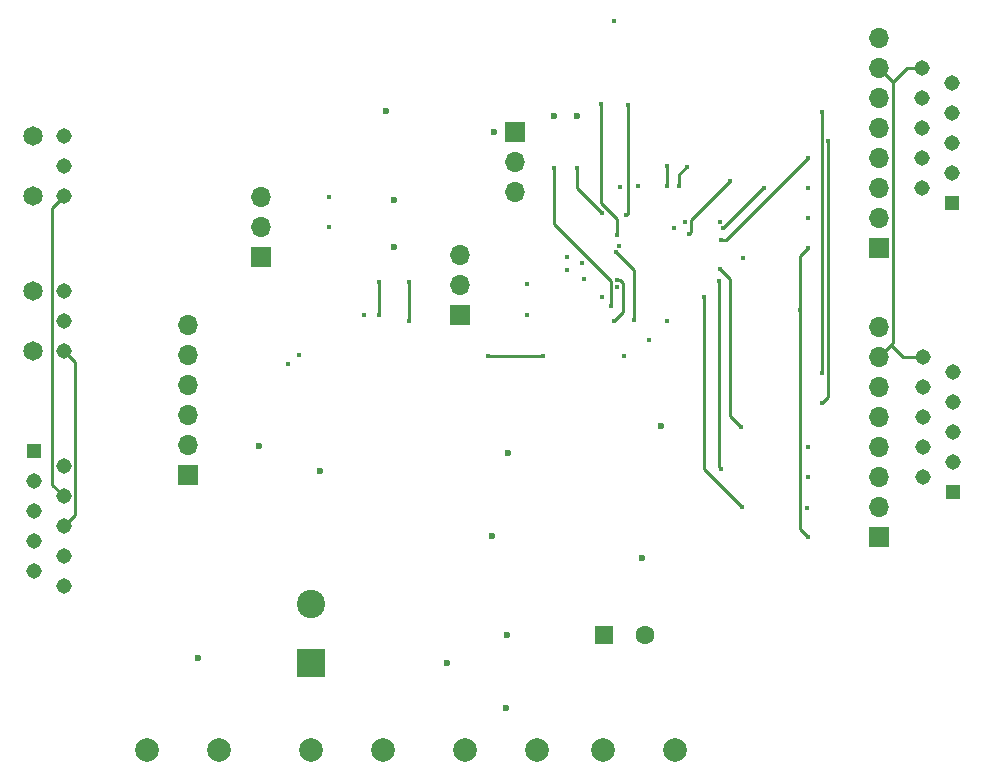
<source format=gbr>
G04 #@! TF.GenerationSoftware,KiCad,Pcbnew,(5.1.9-0-10_14)*
G04 #@! TF.CreationDate,2021-03-22T16:22:46+01:00*
G04 #@! TF.ProjectId,dac,6461632e-6b69-4636-9164-5f7063625858,rev?*
G04 #@! TF.SameCoordinates,Original*
G04 #@! TF.FileFunction,Copper,L2,Inr*
G04 #@! TF.FilePolarity,Positive*
%FSLAX46Y46*%
G04 Gerber Fmt 4.6, Leading zero omitted, Abs format (unit mm)*
G04 Created by KiCad (PCBNEW (5.1.9-0-10_14)) date 2021-03-22 16:22:46*
%MOMM*%
%LPD*%
G01*
G04 APERTURE LIST*
G04 #@! TA.AperFunction,ComponentPad*
%ADD10C,1.308000*%
G04 #@! TD*
G04 #@! TA.AperFunction,ComponentPad*
%ADD11C,1.650000*%
G04 #@! TD*
G04 #@! TA.AperFunction,ComponentPad*
%ADD12C,2.000000*%
G04 #@! TD*
G04 #@! TA.AperFunction,ComponentPad*
%ADD13R,1.308000X1.308000*%
G04 #@! TD*
G04 #@! TA.AperFunction,ComponentPad*
%ADD14O,1.700000X1.700000*%
G04 #@! TD*
G04 #@! TA.AperFunction,ComponentPad*
%ADD15R,1.700000X1.700000*%
G04 #@! TD*
G04 #@! TA.AperFunction,ComponentPad*
%ADD16C,1.600000*%
G04 #@! TD*
G04 #@! TA.AperFunction,ComponentPad*
%ADD17R,1.600000X1.600000*%
G04 #@! TD*
G04 #@! TA.AperFunction,ComponentPad*
%ADD18C,2.400000*%
G04 #@! TD*
G04 #@! TA.AperFunction,ComponentPad*
%ADD19R,2.400000X2.400000*%
G04 #@! TD*
G04 #@! TA.AperFunction,ViaPad*
%ADD20C,0.400000*%
G04 #@! TD*
G04 #@! TA.AperFunction,ViaPad*
%ADD21C,0.600000*%
G04 #@! TD*
G04 #@! TA.AperFunction,Conductor*
%ADD22C,0.250000*%
G04 #@! TD*
G04 APERTURE END LIST*
D10*
X115025000Y-83185000D03*
X115025000Y-85725000D03*
X115025000Y-88265000D03*
D11*
X112395000Y-88265000D03*
X112395000Y-83185000D03*
D10*
X115025000Y-70104000D03*
X115025000Y-72644000D03*
X115025000Y-75184000D03*
D11*
X112395000Y-75184000D03*
X112395000Y-70104000D03*
D12*
X141986000Y-122047000D03*
X135890000Y-122047000D03*
D13*
X190246000Y-100266500D03*
D10*
X187706000Y-98996500D03*
X190246000Y-97726500D03*
X187706000Y-96456500D03*
X190246000Y-95186500D03*
X187706000Y-93916500D03*
X190246000Y-92646500D03*
X187706000Y-91376500D03*
X190246000Y-90106500D03*
X187706000Y-88836500D03*
D14*
X184023000Y-86296500D03*
X184023000Y-88836500D03*
X184023000Y-91376500D03*
X184023000Y-93916500D03*
X184023000Y-96456500D03*
X184023000Y-98996500D03*
X184023000Y-101536500D03*
D15*
X184023000Y-104076500D03*
D14*
X153162000Y-74866500D03*
X153162000Y-72326500D03*
D15*
X153162000Y-69786500D03*
D14*
X131699000Y-75247500D03*
X131699000Y-77787500D03*
D15*
X131699000Y-80327500D03*
D14*
X184023000Y-61785500D03*
X184023000Y-64325500D03*
X184023000Y-66865500D03*
X184023000Y-69405500D03*
X184023000Y-71945500D03*
X184023000Y-74485500D03*
X184023000Y-77025500D03*
D15*
X184023000Y-79565500D03*
D14*
X148526500Y-80137000D03*
X148526500Y-82677000D03*
D15*
X148526500Y-85217000D03*
D13*
X112458500Y-96774000D03*
D10*
X114998500Y-98044000D03*
X112458500Y-99314000D03*
X114998500Y-100584000D03*
X112458500Y-101854000D03*
X114998500Y-103124000D03*
X112458500Y-104394000D03*
X114998500Y-105664000D03*
X112458500Y-106934000D03*
X114998500Y-108204000D03*
D13*
X190224000Y-75755500D03*
D10*
X187684000Y-74485500D03*
X190224000Y-73215500D03*
X187684000Y-71945500D03*
X190224000Y-70675500D03*
X187684000Y-69405500D03*
X190224000Y-68135500D03*
X187684000Y-66865500D03*
X190224000Y-65595500D03*
X187684000Y-64325500D03*
D16*
X164211000Y-112331500D03*
D17*
X160711000Y-112331500D03*
D14*
X125539500Y-86106000D03*
X125539500Y-88646000D03*
X125539500Y-91186000D03*
X125539500Y-93726000D03*
X125539500Y-96266000D03*
D15*
X125539500Y-98806000D03*
D12*
X122047000Y-122047000D03*
X128143000Y-122047000D03*
X155067000Y-122047000D03*
X160655000Y-122047000D03*
X166751000Y-122047000D03*
X148971000Y-122047000D03*
D18*
X135890000Y-109681000D03*
D19*
X135890000Y-114681000D03*
D20*
X166090600Y-74345800D03*
X166090600Y-72669400D03*
X164566600Y-87401400D03*
X157632400Y-80365600D03*
X157616768Y-81416768D03*
D21*
X131508500Y-96329500D03*
X152579000Y-96976000D03*
X142922000Y-79455000D03*
X142292000Y-67956500D03*
X142922000Y-75518000D03*
D20*
X163596000Y-74300400D03*
X166096000Y-85770400D03*
X161603700Y-60341500D03*
X172491400Y-80391000D03*
X162411400Y-88693000D03*
X161823400Y-78439500D03*
X160451800Y-67386200D03*
X162585400Y-76818000D03*
X162737800Y-67437000D03*
X137414000Y-75247500D03*
X167576500Y-77343000D03*
X137414000Y-77787500D03*
X166624000Y-77914500D03*
D21*
X147447000Y-114681000D03*
X126365000Y-114300000D03*
D20*
X134874000Y-88646000D03*
X133985000Y-89408000D03*
D21*
X136652000Y-98425000D03*
D20*
X144208500Y-85742000D03*
X144208500Y-82423000D03*
X179197000Y-90144600D03*
X179197000Y-68046600D03*
X141668500Y-85217000D03*
X141668500Y-82486500D03*
X179197000Y-92684600D03*
X179722000Y-70535800D03*
D21*
X165544500Y-94678500D03*
D20*
X161976500Y-79387000D03*
X167106600Y-74345800D03*
X167716200Y-72720200D03*
D21*
X152477500Y-112381000D03*
X151257000Y-103949500D03*
X163957000Y-105854500D03*
X152400000Y-118491000D03*
D20*
X163271200Y-85699600D03*
X161734959Y-79936236D03*
X161808026Y-82274209D03*
X161594800Y-85750400D03*
X140398500Y-85217000D03*
X161815000Y-82880200D03*
X150876000Y-88747600D03*
X155600400Y-88747600D03*
X160528000Y-83718400D03*
X154228800Y-85242400D03*
X159054800Y-82194400D03*
X158902400Y-80873600D03*
X154228800Y-82651600D03*
X171424600Y-73939400D03*
X167919400Y-78409800D03*
X170561000Y-77343000D03*
X177977800Y-77038200D03*
X170827765Y-77884800D03*
X174269400Y-74498200D03*
X178028600Y-74498200D03*
X177977800Y-71958200D03*
X170611800Y-78862000D03*
X162115500Y-74422000D03*
D21*
X151384000Y-69786500D03*
X156464000Y-68389500D03*
X158432500Y-68389500D03*
D20*
X156464000Y-72834500D03*
X161290000Y-84455000D03*
X177317400Y-84810600D03*
X177977800Y-79578200D03*
X177977800Y-104063800D03*
X160528000Y-76581000D03*
X158432500Y-72834500D03*
X169189400Y-83693000D03*
X172440600Y-101523800D03*
X177876200Y-101574600D03*
X170611800Y-98272600D03*
X177977800Y-98983800D03*
X170459400Y-82372200D03*
X177977800Y-96443800D03*
X170510200Y-81322199D03*
X172339000Y-94716600D03*
D22*
X166090600Y-74345800D02*
X166090600Y-72669400D01*
X161823400Y-77099398D02*
X160451800Y-75727798D01*
X160451800Y-75727798D02*
X160451800Y-67386200D01*
X161823400Y-78439500D02*
X161823400Y-77099398D01*
X162737800Y-76665600D02*
X162737800Y-67437000D01*
X162585400Y-76818000D02*
X162737800Y-76665600D01*
X144208500Y-85742000D02*
X144208500Y-82423000D01*
X179197000Y-90144600D02*
X179197000Y-68046600D01*
X141668500Y-85217000D02*
X141668500Y-82486500D01*
X179722000Y-92159600D02*
X179722000Y-70535800D01*
X179197000Y-92684600D02*
X179722000Y-92159600D01*
X167106600Y-73329800D02*
X167716200Y-72720200D01*
X167106600Y-74345800D02*
X167106600Y-73329800D01*
X163271200Y-85699600D02*
X163271200Y-81458702D01*
X163257425Y-81458702D02*
X161734959Y-79936236D01*
X163271200Y-81458702D02*
X163257425Y-81458702D01*
X161808026Y-82274209D02*
X162090868Y-82274209D01*
X162090868Y-82274209D02*
X162340001Y-82523342D01*
X162340001Y-82523342D02*
X162340001Y-85005199D01*
X162340001Y-85005199D02*
X161594800Y-85750400D01*
X185198001Y-65500501D02*
X184023000Y-64325500D01*
X185198001Y-87661499D02*
X185198001Y-65500501D01*
X186373002Y-64325500D02*
X185198001Y-65500501D01*
X187684000Y-64325500D02*
X186373002Y-64325500D01*
X186067700Y-88836500D02*
X185045350Y-87814150D01*
X187706000Y-88836500D02*
X186067700Y-88836500D01*
X185045350Y-87814150D02*
X185198001Y-87661499D01*
X184023000Y-88836500D02*
X185045350Y-87814150D01*
X150876000Y-88747600D02*
X155600400Y-88747600D01*
X168119399Y-77244601D02*
X171424600Y-73939400D01*
X168119399Y-78209801D02*
X168119399Y-77244601D01*
X167919400Y-78409800D02*
X168119399Y-78209801D01*
X174214365Y-74498200D02*
X174269400Y-74498200D01*
X170827765Y-77884800D02*
X174214365Y-74498200D01*
X171074000Y-78862000D02*
X177977800Y-71958200D01*
X170611800Y-78862000D02*
X171074000Y-78862000D01*
X114019499Y-99604999D02*
X114998500Y-100584000D01*
X114019499Y-76189501D02*
X114019499Y-99604999D01*
X115025000Y-75184000D02*
X114019499Y-76189501D01*
X115977501Y-102144999D02*
X114998500Y-103124000D01*
X115977501Y-89217501D02*
X115977501Y-102144999D01*
X115025000Y-88265000D02*
X115977501Y-89217501D01*
X161290000Y-84455000D02*
X161290000Y-82359500D01*
X156464000Y-77533500D02*
X156464000Y-72834500D01*
X161290000Y-82359500D02*
X156464000Y-77533500D01*
X177317400Y-80238600D02*
X177977800Y-79578200D01*
X177317400Y-84810600D02*
X177317400Y-80238600D01*
X177317400Y-103403400D02*
X177977800Y-104063800D01*
X177317400Y-84810600D02*
X177317400Y-103403400D01*
X158432500Y-74485500D02*
X158432500Y-72834500D01*
X160528000Y-76581000D02*
X158432500Y-74485500D01*
X169189400Y-98272600D02*
X172440600Y-101523800D01*
X169189400Y-83693000D02*
X169189400Y-98272600D01*
X170561000Y-98221800D02*
X170611800Y-98272600D01*
X170459400Y-98120200D02*
X170611800Y-98272600D01*
X170459400Y-82372200D02*
X170459400Y-98120200D01*
X170510200Y-81322199D02*
X171424600Y-82236599D01*
X171424600Y-93802200D02*
X172339000Y-94716600D01*
X171424600Y-82236599D02*
X171424600Y-93802200D01*
M02*

</source>
